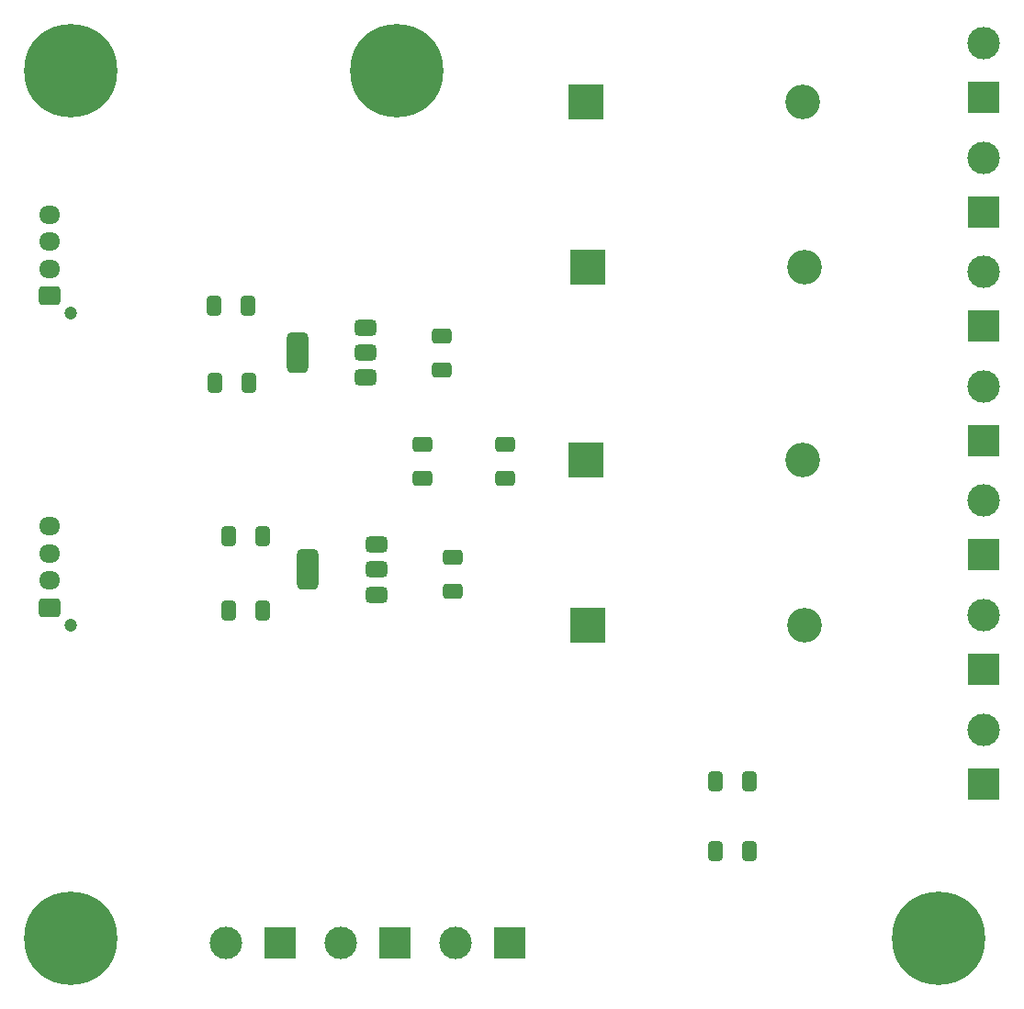
<source format=gbr>
%TF.GenerationSoftware,KiCad,Pcbnew,8.0.3*%
%TF.CreationDate,2024-11-03T20:36:31+01:00*%
%TF.ProjectId,weerstation-power,77656572-7374-4617-9469-6f6e2d706f77,rev?*%
%TF.SameCoordinates,Original*%
%TF.FileFunction,Soldermask,Bot*%
%TF.FilePolarity,Negative*%
%FSLAX46Y46*%
G04 Gerber Fmt 4.6, Leading zero omitted, Abs format (unit mm)*
G04 Created by KiCad (PCBNEW 8.0.3) date 2024-11-03 20:36:31*
%MOMM*%
%LPD*%
G01*
G04 APERTURE LIST*
G04 Aperture macros list*
%AMRoundRect*
0 Rectangle with rounded corners*
0 $1 Rounding radius*
0 $2 $3 $4 $5 $6 $7 $8 $9 X,Y pos of 4 corners*
0 Add a 4 corners polygon primitive as box body*
4,1,4,$2,$3,$4,$5,$6,$7,$8,$9,$2,$3,0*
0 Add four circle primitives for the rounded corners*
1,1,$1+$1,$2,$3*
1,1,$1+$1,$4,$5*
1,1,$1+$1,$6,$7*
1,1,$1+$1,$8,$9*
0 Add four rect primitives between the rounded corners*
20,1,$1+$1,$2,$3,$4,$5,0*
20,1,$1+$1,$4,$5,$6,$7,0*
20,1,$1+$1,$6,$7,$8,$9,0*
20,1,$1+$1,$8,$9,$2,$3,0*%
G04 Aperture macros list end*
%ADD10C,8.600000*%
%ADD11R,3.000000X3.000000*%
%ADD12C,3.000000*%
%ADD13C,1.200000*%
%ADD14RoundRect,0.250000X0.725000X-0.600000X0.725000X0.600000X-0.725000X0.600000X-0.725000X-0.600000X0*%
%ADD15O,1.950000X1.700000*%
%ADD16R,3.200000X3.200000*%
%ADD17O,3.200000X3.200000*%
%ADD18RoundRect,0.250000X0.650000X-0.412500X0.650000X0.412500X-0.650000X0.412500X-0.650000X-0.412500X0*%
%ADD19RoundRect,0.250000X0.412500X0.650000X-0.412500X0.650000X-0.412500X-0.650000X0.412500X-0.650000X0*%
%ADD20RoundRect,0.375000X0.625000X0.375000X-0.625000X0.375000X-0.625000X-0.375000X0.625000X-0.375000X0*%
%ADD21RoundRect,0.500000X0.500000X1.400000X-0.500000X1.400000X-0.500000X-1.400000X0.500000X-1.400000X0*%
G04 APERTURE END LIST*
D10*
%TO.C,H4*%
X20000000Y-100000000D03*
%TD*%
%TO.C,H3*%
X100000000Y-100000000D03*
%TD*%
%TO.C,H2*%
X50000000Y-20000000D03*
%TD*%
%TO.C,H1*%
X20000000Y-20000000D03*
%TD*%
D11*
%TO.C,J12*%
X39303500Y-100432500D03*
D12*
X34303500Y-100432500D03*
%TD*%
D13*
%TO.C,J1*%
X20000000Y-42350000D03*
D14*
X18000000Y-40750000D03*
D15*
X18000000Y-38250000D03*
X18000000Y-35750000D03*
X18000000Y-33250000D03*
%TD*%
D16*
%TO.C,D2*%
X67630000Y-38100000D03*
D17*
X87630000Y-38100000D03*
%TD*%
D11*
%TO.C,J10*%
X60432500Y-100432500D03*
D12*
X55432500Y-100432500D03*
%TD*%
D11*
%TO.C,J5*%
X104140000Y-43561000D03*
D12*
X104140000Y-38561000D03*
%TD*%
D13*
%TO.C,J2*%
X20000000Y-71100000D03*
D14*
X18000000Y-69500000D03*
D15*
X18000000Y-67000000D03*
X18000000Y-64500000D03*
X18000000Y-62000000D03*
%TD*%
D11*
%TO.C,J7*%
X104140000Y-64643000D03*
D12*
X104140000Y-59643000D03*
%TD*%
D11*
%TO.C,J9*%
X104140000Y-85744500D03*
D12*
X104140000Y-80744500D03*
%TD*%
D11*
%TO.C,J6*%
X104140000Y-54102000D03*
D12*
X104140000Y-49102000D03*
%TD*%
D16*
%TO.C,D4*%
X67630000Y-71120000D03*
D17*
X87630000Y-71120000D03*
%TD*%
D11*
%TO.C,J8*%
X104140000Y-75184000D03*
D12*
X104140000Y-70184000D03*
%TD*%
D11*
%TO.C,J11*%
X49844500Y-100432500D03*
D12*
X44844500Y-100432500D03*
%TD*%
D16*
%TO.C,D1*%
X67470000Y-22860000D03*
D17*
X87470000Y-22860000D03*
%TD*%
D11*
%TO.C,J4*%
X104140000Y-33020000D03*
D12*
X104140000Y-28020000D03*
%TD*%
D11*
%TO.C,J3*%
X104140000Y-22479000D03*
D12*
X104140000Y-17479000D03*
%TD*%
D16*
%TO.C,D3*%
X67470000Y-55880000D03*
D17*
X87470000Y-55880000D03*
%TD*%
D18*
%TO.C,C7*%
X60000000Y-57562500D03*
X60000000Y-54437500D03*
%TD*%
D19*
%TO.C,C2*%
X36316500Y-41682000D03*
X33191500Y-41682000D03*
%TD*%
%TO.C,C5*%
X37672500Y-62952000D03*
X34547500Y-62952000D03*
%TD*%
D20*
%TO.C,U1*%
X47150000Y-43700000D03*
X47150000Y-46000000D03*
D21*
X40850000Y-46000000D03*
D20*
X47150000Y-48300000D03*
%TD*%
D18*
%TO.C,C8*%
X52380000Y-57562500D03*
X52380000Y-54437500D03*
%TD*%
%TO.C,C4*%
X55160000Y-68022500D03*
X55160000Y-64897500D03*
%TD*%
D20*
%TO.C,U2*%
X48150000Y-63700000D03*
X48150000Y-66000000D03*
D21*
X41850000Y-66000000D03*
D20*
X48150000Y-68300000D03*
%TD*%
D19*
%TO.C,C6*%
X37672500Y-69810000D03*
X34547500Y-69810000D03*
%TD*%
%TO.C,C3*%
X36380000Y-48794000D03*
X33255000Y-48794000D03*
%TD*%
%TO.C,C10*%
X82550000Y-91948000D03*
X79425000Y-91948000D03*
%TD*%
D18*
%TO.C,C1*%
X54160000Y-47562500D03*
X54160000Y-44437500D03*
%TD*%
D19*
%TO.C,C9*%
X82550000Y-85550000D03*
X79425000Y-85550000D03*
%TD*%
M02*

</source>
